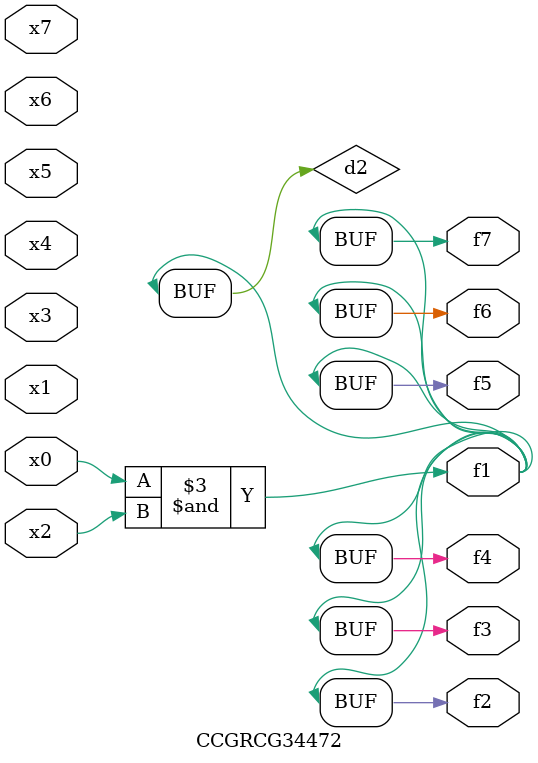
<source format=v>
module CCGRCG34472(
	input x0, x1, x2, x3, x4, x5, x6, x7,
	output f1, f2, f3, f4, f5, f6, f7
);

	wire d1, d2;

	nor (d1, x3, x6);
	and (d2, x0, x2);
	assign f1 = d2;
	assign f2 = d2;
	assign f3 = d2;
	assign f4 = d2;
	assign f5 = d2;
	assign f6 = d2;
	assign f7 = d2;
endmodule

</source>
